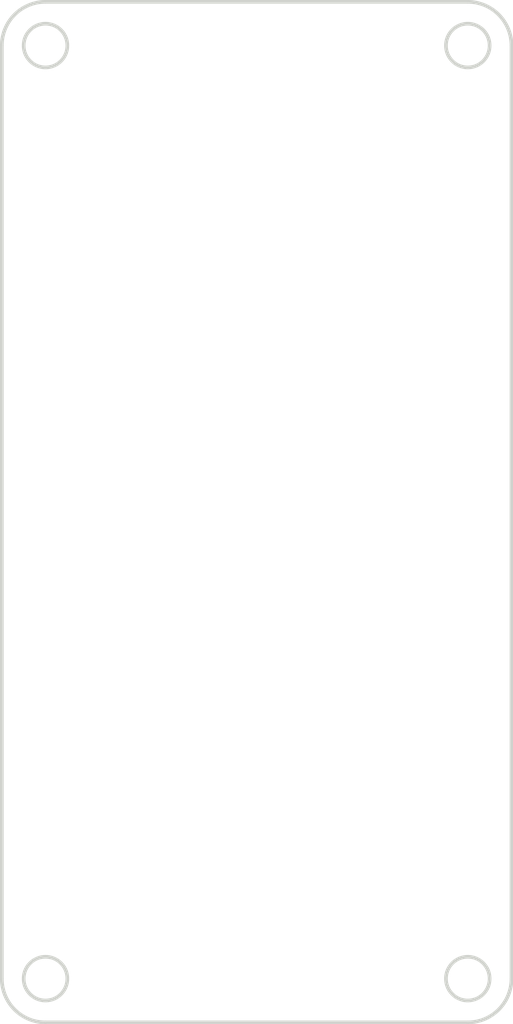
<source format=kicad_pcb>
(kicad_pcb (version 20221018) (generator pcbnew)

  (general
    (thickness 1.6)
  )

  (paper "A4")
  (layers
    (0 "F.Cu" signal)
    (31 "B.Cu" signal)
    (32 "B.Adhes" user "B.Adhesive")
    (33 "F.Adhes" user "F.Adhesive")
    (34 "B.Paste" user)
    (35 "F.Paste" user)
    (36 "B.SilkS" user "B.Silkscreen")
    (37 "F.SilkS" user "F.Silkscreen")
    (38 "B.Mask" user)
    (39 "F.Mask" user)
    (40 "Dwgs.User" user "User.Drawings")
    (41 "Cmts.User" user "User.Comments")
    (42 "Eco1.User" user "User.Eco1")
    (43 "Eco2.User" user "User.Eco2")
    (44 "Edge.Cuts" user)
    (45 "Margin" user)
    (46 "B.CrtYd" user "B.Courtyard")
    (47 "F.CrtYd" user "F.Courtyard")
    (48 "B.Fab" user)
    (49 "F.Fab" user)
    (50 "User.1" user)
    (51 "User.2" user)
    (52 "User.3" user)
    (53 "User.4" user)
    (54 "User.5" user)
    (55 "User.6" user)
    (56 "User.7" user)
    (57 "User.8" user)
    (58 "User.9" user)
  )

  (setup
    (pad_to_mask_clearance 0)
    (pcbplotparams
      (layerselection 0x00010fc_ffffffff)
      (plot_on_all_layers_selection 0x0000000_00000000)
      (disableapertmacros false)
      (usegerberextensions false)
      (usegerberattributes true)
      (usegerberadvancedattributes true)
      (creategerberjobfile true)
      (dashed_line_dash_ratio 12.000000)
      (dashed_line_gap_ratio 3.000000)
      (svgprecision 4)
      (plotframeref false)
      (viasonmask false)
      (mode 1)
      (useauxorigin false)
      (hpglpennumber 1)
      (hpglpenspeed 20)
      (hpglpendiameter 15.000000)
      (dxfpolygonmode true)
      (dxfimperialunits true)
      (dxfusepcbnewfont true)
      (psnegative false)
      (psa4output false)
      (plotreference true)
      (plotvalue true)
      (plotinvisibletext false)
      (sketchpadsonfab false)
      (subtractmaskfromsilk false)
      (outputformat 1)
      (mirror false)
      (drillshape 1)
      (scaleselection 1)
      (outputdirectory "")
    )
  )

  (net 0 "")

  (gr_circle (center 75.4916 65.786) (end 76.9916 65.786)
    (stroke (width 0.25) (type solid)) (fill none) (layer "Edge.Cuts") (tstamp 1072cdf4-d73d-4d29-a83d-911a1e654f60))
  (gr_line (start 104.4916 62.786) (end 75.4916 62.786)
    (stroke (width 0.25) (type solid)) (layer "Edge.Cuts") (tstamp 4019a1fc-fc5c-45eb-be4e-4f3154d1b409))
  (gr_line (start 72.4916 65.786) (end 72.4916 129.786)
    (stroke (width 0.25) (type solid)) (layer "Edge.Cuts") (tstamp 5b123b4f-91cb-4b4d-b40c-46a90882f40f))
  (gr_arc (start 104.4916 62.786) (mid 106.61292 63.66468) (end 107.4916 65.786)
    (stroke (width 0.25) (type solid)) (layer "Edge.Cuts") (tstamp 5f3c88a2-93f6-4aee-8464-6b5e6fc72e64))
  (gr_circle (center 104.4916 65.786) (end 105.9916 65.786)
    (stroke (width 0.25) (type solid)) (fill none) (layer "Edge.Cuts") (tstamp 65090a79-08f8-42d5-9cc4-344451c6ff49))
  (gr_arc (start 75.4916 132.786) (mid 73.37028 131.90732) (end 72.4916 129.786)
    (stroke (width 0.25) (type solid)) (layer "Edge.Cuts") (tstamp 661de8c2-8bff-4a2b-a9ee-b9e46e602035))
  (gr_arc (start 107.4916 129.786) (mid 106.61292 131.90732) (end 104.4916 132.786)
    (stroke (width 0.25) (type solid)) (layer "Edge.Cuts") (tstamp 79667ae2-01f7-4fc4-a164-d508fdbd032c))
  (gr_circle (center 104.4916 129.786) (end 105.9916 129.786)
    (stroke (width 0.25) (type solid)) (fill none) (layer "Edge.Cuts") (tstamp 840f63e9-fa84-4631-b994-187e640be57f))
  (gr_line (start 107.4916 129.786) (end 107.4916 65.786)
    (stroke (width 0.25) (type solid)) (layer "Edge.Cuts") (tstamp 89c443cf-6b48-4c6a-a944-805a0865391d))
  (gr_arc (start 72.4916 65.786) (mid 73.37028 63.66468) (end 75.4916 62.786)
    (stroke (width 0.25) (type solid)) (layer "Edge.Cuts") (tstamp 8d1c675e-48f2-4765-93dd-ad8a7482f9f0))
  (gr_circle (center 75.4916 129.786) (end 76.9916 129.786)
    (stroke (width 0.25) (type solid)) (fill none) (layer "Edge.Cuts") (tstamp 96e7ee4c-cb40-4523-84de-b73a41bd1924))
  (gr_line (start 75.4916 132.786) (end 104.4916 132.786)
    (stroke (width 0.25) (type solid)) (layer "Edge.Cuts") (tstamp eb1332e9-513f-43fe-bb82-4fdedea272c5))

  (group "" (id 6ba5f717-36aa-40dd-99a3-aaaa7135c26a)
    (members
      1072cdf4-d73d-4d29-a83d-911a1e654f60
      4019a1fc-fc5c-45eb-be4e-4f3154d1b409
      5b123b4f-91cb-4b4d-b40c-46a90882f40f
      5f3c88a2-93f6-4aee-8464-6b5e6fc72e64
      65090a79-08f8-42d5-9cc4-344451c6ff49
      661de8c2-8bff-4a2b-a9ee-b9e46e602035
      79667ae2-01f7-4fc4-a164-d508fdbd032c
      840f63e9-fa84-4631-b994-187e640be57f
      89c443cf-6b48-4c6a-a944-805a0865391d
      8d1c675e-48f2-4765-93dd-ad8a7482f9f0
      96e7ee4c-cb40-4523-84de-b73a41bd1924
      eb1332e9-513f-43fe-bb82-4fdedea272c5
    )
  )
)

</source>
